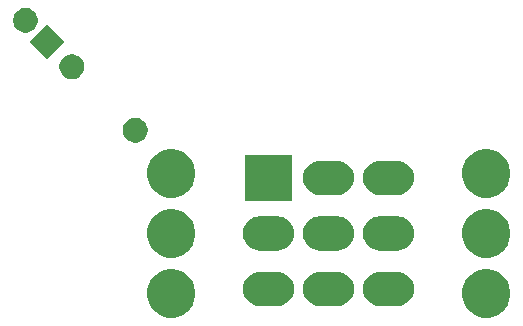
<source format=gbr>
G04 #@! TF.GenerationSoftware,KiCad,Pcbnew,(5.1.5-0-10_14)*
G04 #@! TF.CreationDate,2020-11-20T21:34:29+01:00*
G04 #@! TF.ProjectId,3pdt-45deg,33706474-2d34-4356-9465-672e6b696361,rev?*
G04 #@! TF.SameCoordinates,Original*
G04 #@! TF.FileFunction,Soldermask,Bot*
G04 #@! TF.FilePolarity,Negative*
%FSLAX46Y46*%
G04 Gerber Fmt 4.6, Leading zero omitted, Abs format (unit mm)*
G04 Created by KiCad (PCBNEW (5.1.5-0-10_14)) date 2020-11-20 21:34:29*
%MOMM*%
%LPD*%
G04 APERTURE LIST*
%ADD10C,0.100000*%
G04 APERTURE END LIST*
D10*
G36*
X209513326Y-66607578D02*
G01*
X209513329Y-66607579D01*
X209513328Y-66607579D01*
X209886631Y-66762206D01*
X210222596Y-66986690D01*
X210508310Y-67272404D01*
X210586866Y-67389972D01*
X210732795Y-67608371D01*
X210887422Y-67981674D01*
X210966250Y-68377968D01*
X210966250Y-68782032D01*
X210887422Y-69178326D01*
X210887421Y-69178328D01*
X210732794Y-69551631D01*
X210508310Y-69887596D01*
X210222596Y-70173310D01*
X209886631Y-70397794D01*
X209886630Y-70397795D01*
X209886629Y-70397795D01*
X209513326Y-70552422D01*
X209117032Y-70631250D01*
X208712968Y-70631250D01*
X208316674Y-70552422D01*
X207943371Y-70397795D01*
X207943370Y-70397795D01*
X207943369Y-70397794D01*
X207607404Y-70173310D01*
X207321690Y-69887596D01*
X207097206Y-69551631D01*
X206942579Y-69178328D01*
X206942578Y-69178326D01*
X206863750Y-68782032D01*
X206863750Y-68377968D01*
X206942578Y-67981674D01*
X207097205Y-67608371D01*
X207243134Y-67389972D01*
X207321690Y-67272404D01*
X207607404Y-66986690D01*
X207943369Y-66762206D01*
X208316672Y-66607579D01*
X208316671Y-66607579D01*
X208316674Y-66607578D01*
X208712968Y-66528750D01*
X209117032Y-66528750D01*
X209513326Y-66607578D01*
G37*
G36*
X182843326Y-66607578D02*
G01*
X182843329Y-66607579D01*
X182843328Y-66607579D01*
X183216631Y-66762206D01*
X183552596Y-66986690D01*
X183838310Y-67272404D01*
X183916866Y-67389972D01*
X184062795Y-67608371D01*
X184217422Y-67981674D01*
X184296250Y-68377968D01*
X184296250Y-68782032D01*
X184217422Y-69178326D01*
X184217421Y-69178328D01*
X184062794Y-69551631D01*
X183838310Y-69887596D01*
X183552596Y-70173310D01*
X183216631Y-70397794D01*
X183216630Y-70397795D01*
X183216629Y-70397795D01*
X182843326Y-70552422D01*
X182447032Y-70631250D01*
X182042968Y-70631250D01*
X181646674Y-70552422D01*
X181273371Y-70397795D01*
X181273370Y-70397795D01*
X181273369Y-70397794D01*
X180937404Y-70173310D01*
X180651690Y-69887596D01*
X180427206Y-69551631D01*
X180272579Y-69178328D01*
X180272578Y-69178326D01*
X180193750Y-68782032D01*
X180193750Y-68377968D01*
X180272578Y-67981674D01*
X180427205Y-67608371D01*
X180573134Y-67389972D01*
X180651690Y-67272404D01*
X180937404Y-66986690D01*
X181273369Y-66762206D01*
X181646672Y-66607579D01*
X181646671Y-66607579D01*
X181646674Y-66607578D01*
X182042968Y-66528750D01*
X182447032Y-66528750D01*
X182843326Y-66607578D01*
G37*
G36*
X191377861Y-66759498D02*
G01*
X191484446Y-66769995D01*
X191757960Y-66852965D01*
X191757963Y-66852966D01*
X192010028Y-66987698D01*
X192010029Y-66987699D01*
X192010033Y-66987701D01*
X192230976Y-67169024D01*
X192412299Y-67389967D01*
X192412301Y-67389971D01*
X192412302Y-67389972D01*
X192547034Y-67642037D01*
X192547035Y-67642040D01*
X192630005Y-67915554D01*
X192658020Y-68200000D01*
X192630005Y-68484446D01*
X192547035Y-68757960D01*
X192547034Y-68757963D01*
X192412302Y-69010028D01*
X192412299Y-69010033D01*
X192230976Y-69230976D01*
X192010033Y-69412299D01*
X192010029Y-69412301D01*
X192010028Y-69412302D01*
X191757963Y-69547034D01*
X191757960Y-69547035D01*
X191484446Y-69630005D01*
X191377861Y-69640502D01*
X191271278Y-69651000D01*
X189728722Y-69651000D01*
X189622139Y-69640502D01*
X189515554Y-69630005D01*
X189242040Y-69547035D01*
X189242037Y-69547034D01*
X188989972Y-69412302D01*
X188989971Y-69412301D01*
X188989967Y-69412299D01*
X188769024Y-69230976D01*
X188587701Y-69010033D01*
X188587698Y-69010028D01*
X188452966Y-68757963D01*
X188452965Y-68757960D01*
X188369995Y-68484446D01*
X188341980Y-68200000D01*
X188369995Y-67915554D01*
X188452965Y-67642040D01*
X188452966Y-67642037D01*
X188587698Y-67389972D01*
X188587699Y-67389971D01*
X188587701Y-67389967D01*
X188769024Y-67169024D01*
X188989967Y-66987701D01*
X188989971Y-66987699D01*
X188989972Y-66987698D01*
X189242037Y-66852966D01*
X189242040Y-66852965D01*
X189515554Y-66769995D01*
X189622139Y-66759498D01*
X189728722Y-66749000D01*
X191271278Y-66749000D01*
X191377861Y-66759498D01*
G37*
G36*
X201537861Y-66759498D02*
G01*
X201644446Y-66769995D01*
X201917960Y-66852965D01*
X201917963Y-66852966D01*
X202170028Y-66987698D01*
X202170029Y-66987699D01*
X202170033Y-66987701D01*
X202390976Y-67169024D01*
X202572299Y-67389967D01*
X202572301Y-67389971D01*
X202572302Y-67389972D01*
X202707034Y-67642037D01*
X202707035Y-67642040D01*
X202790005Y-67915554D01*
X202818020Y-68200000D01*
X202790005Y-68484446D01*
X202707035Y-68757960D01*
X202707034Y-68757963D01*
X202572302Y-69010028D01*
X202572299Y-69010033D01*
X202390976Y-69230976D01*
X202170033Y-69412299D01*
X202170029Y-69412301D01*
X202170028Y-69412302D01*
X201917963Y-69547034D01*
X201917960Y-69547035D01*
X201644446Y-69630005D01*
X201537861Y-69640502D01*
X201431278Y-69651000D01*
X199888722Y-69651000D01*
X199782139Y-69640502D01*
X199675554Y-69630005D01*
X199402040Y-69547035D01*
X199402037Y-69547034D01*
X199149972Y-69412302D01*
X199149971Y-69412301D01*
X199149967Y-69412299D01*
X198929024Y-69230976D01*
X198747701Y-69010033D01*
X198747698Y-69010028D01*
X198612966Y-68757963D01*
X198612965Y-68757960D01*
X198529995Y-68484446D01*
X198501980Y-68200000D01*
X198529995Y-67915554D01*
X198612965Y-67642040D01*
X198612966Y-67642037D01*
X198747698Y-67389972D01*
X198747699Y-67389971D01*
X198747701Y-67389967D01*
X198929024Y-67169024D01*
X199149967Y-66987701D01*
X199149971Y-66987699D01*
X199149972Y-66987698D01*
X199402037Y-66852966D01*
X199402040Y-66852965D01*
X199675554Y-66769995D01*
X199782139Y-66759498D01*
X199888722Y-66749000D01*
X201431278Y-66749000D01*
X201537861Y-66759498D01*
G37*
G36*
X196457861Y-66759498D02*
G01*
X196564446Y-66769995D01*
X196837960Y-66852965D01*
X196837963Y-66852966D01*
X197090028Y-66987698D01*
X197090029Y-66987699D01*
X197090033Y-66987701D01*
X197310976Y-67169024D01*
X197492299Y-67389967D01*
X197492301Y-67389971D01*
X197492302Y-67389972D01*
X197627034Y-67642037D01*
X197627035Y-67642040D01*
X197710005Y-67915554D01*
X197738020Y-68200000D01*
X197710005Y-68484446D01*
X197627035Y-68757960D01*
X197627034Y-68757963D01*
X197492302Y-69010028D01*
X197492299Y-69010033D01*
X197310976Y-69230976D01*
X197090033Y-69412299D01*
X197090029Y-69412301D01*
X197090028Y-69412302D01*
X196837963Y-69547034D01*
X196837960Y-69547035D01*
X196564446Y-69630005D01*
X196457861Y-69640502D01*
X196351278Y-69651000D01*
X194808722Y-69651000D01*
X194702139Y-69640502D01*
X194595554Y-69630005D01*
X194322040Y-69547035D01*
X194322037Y-69547034D01*
X194069972Y-69412302D01*
X194069971Y-69412301D01*
X194069967Y-69412299D01*
X193849024Y-69230976D01*
X193667701Y-69010033D01*
X193667698Y-69010028D01*
X193532966Y-68757963D01*
X193532965Y-68757960D01*
X193449995Y-68484446D01*
X193421980Y-68200000D01*
X193449995Y-67915554D01*
X193532965Y-67642040D01*
X193532966Y-67642037D01*
X193667698Y-67389972D01*
X193667699Y-67389971D01*
X193667701Y-67389967D01*
X193849024Y-67169024D01*
X194069967Y-66987701D01*
X194069971Y-66987699D01*
X194069972Y-66987698D01*
X194322037Y-66852966D01*
X194322040Y-66852965D01*
X194595554Y-66769995D01*
X194702139Y-66759498D01*
X194808722Y-66749000D01*
X196351278Y-66749000D01*
X196457861Y-66759498D01*
G37*
G36*
X209513326Y-61527578D02*
G01*
X209513329Y-61527579D01*
X209513328Y-61527579D01*
X209886631Y-61682206D01*
X210222596Y-61906690D01*
X210508310Y-62192404D01*
X210732794Y-62528369D01*
X210732795Y-62528371D01*
X210887422Y-62901674D01*
X210966250Y-63297968D01*
X210966250Y-63702032D01*
X210887422Y-64098326D01*
X210887421Y-64098328D01*
X210732794Y-64471631D01*
X210508310Y-64807596D01*
X210222596Y-65093310D01*
X209886631Y-65317794D01*
X209886630Y-65317795D01*
X209886629Y-65317795D01*
X209513326Y-65472422D01*
X209117032Y-65551250D01*
X208712968Y-65551250D01*
X208316674Y-65472422D01*
X207943371Y-65317795D01*
X207943370Y-65317795D01*
X207943369Y-65317794D01*
X207607404Y-65093310D01*
X207321690Y-64807596D01*
X207097206Y-64471631D01*
X206942579Y-64098328D01*
X206942578Y-64098326D01*
X206863750Y-63702032D01*
X206863750Y-63297968D01*
X206942578Y-62901674D01*
X207097205Y-62528371D01*
X207097206Y-62528369D01*
X207321690Y-62192404D01*
X207607404Y-61906690D01*
X207943369Y-61682206D01*
X208316672Y-61527579D01*
X208316671Y-61527579D01*
X208316674Y-61527578D01*
X208712968Y-61448750D01*
X209117032Y-61448750D01*
X209513326Y-61527578D01*
G37*
G36*
X182843326Y-61527578D02*
G01*
X182843329Y-61527579D01*
X182843328Y-61527579D01*
X183216631Y-61682206D01*
X183552596Y-61906690D01*
X183838310Y-62192404D01*
X184062794Y-62528369D01*
X184062795Y-62528371D01*
X184217422Y-62901674D01*
X184296250Y-63297968D01*
X184296250Y-63702032D01*
X184217422Y-64098326D01*
X184217421Y-64098328D01*
X184062794Y-64471631D01*
X183838310Y-64807596D01*
X183552596Y-65093310D01*
X183216631Y-65317794D01*
X183216630Y-65317795D01*
X183216629Y-65317795D01*
X182843326Y-65472422D01*
X182447032Y-65551250D01*
X182042968Y-65551250D01*
X181646674Y-65472422D01*
X181273371Y-65317795D01*
X181273370Y-65317795D01*
X181273369Y-65317794D01*
X180937404Y-65093310D01*
X180651690Y-64807596D01*
X180427206Y-64471631D01*
X180272579Y-64098328D01*
X180272578Y-64098326D01*
X180193750Y-63702032D01*
X180193750Y-63297968D01*
X180272578Y-62901674D01*
X180427205Y-62528371D01*
X180427206Y-62528369D01*
X180651690Y-62192404D01*
X180937404Y-61906690D01*
X181273369Y-61682206D01*
X181646672Y-61527579D01*
X181646671Y-61527579D01*
X181646674Y-61527578D01*
X182042968Y-61448750D01*
X182447032Y-61448750D01*
X182843326Y-61527578D01*
G37*
G36*
X201537861Y-62059497D02*
G01*
X201644446Y-62069995D01*
X201917960Y-62152965D01*
X201917963Y-62152966D01*
X202170028Y-62287698D01*
X202170029Y-62287699D01*
X202170033Y-62287701D01*
X202390976Y-62469024D01*
X202572299Y-62689967D01*
X202572301Y-62689971D01*
X202572302Y-62689972D01*
X202707034Y-62942037D01*
X202707035Y-62942040D01*
X202790005Y-63215554D01*
X202818020Y-63500000D01*
X202790005Y-63784446D01*
X202707035Y-64057960D01*
X202707034Y-64057963D01*
X202685459Y-64098326D01*
X202572299Y-64310033D01*
X202390976Y-64530976D01*
X202170033Y-64712299D01*
X202170029Y-64712301D01*
X202170028Y-64712302D01*
X201917963Y-64847034D01*
X201917960Y-64847035D01*
X201644446Y-64930005D01*
X201537861Y-64940502D01*
X201431278Y-64951000D01*
X199888722Y-64951000D01*
X199782139Y-64940502D01*
X199675554Y-64930005D01*
X199402040Y-64847035D01*
X199402037Y-64847034D01*
X199149972Y-64712302D01*
X199149971Y-64712301D01*
X199149967Y-64712299D01*
X198929024Y-64530976D01*
X198747701Y-64310033D01*
X198634541Y-64098326D01*
X198612966Y-64057963D01*
X198612965Y-64057960D01*
X198529995Y-63784446D01*
X198501980Y-63500000D01*
X198529995Y-63215554D01*
X198612965Y-62942040D01*
X198612966Y-62942037D01*
X198747698Y-62689972D01*
X198747699Y-62689971D01*
X198747701Y-62689967D01*
X198929024Y-62469024D01*
X199149967Y-62287701D01*
X199149971Y-62287699D01*
X199149972Y-62287698D01*
X199402037Y-62152966D01*
X199402040Y-62152965D01*
X199675554Y-62069995D01*
X199782139Y-62059497D01*
X199888722Y-62049000D01*
X201431278Y-62049000D01*
X201537861Y-62059497D01*
G37*
G36*
X196457861Y-62059497D02*
G01*
X196564446Y-62069995D01*
X196837960Y-62152965D01*
X196837963Y-62152966D01*
X197090028Y-62287698D01*
X197090029Y-62287699D01*
X197090033Y-62287701D01*
X197310976Y-62469024D01*
X197492299Y-62689967D01*
X197492301Y-62689971D01*
X197492302Y-62689972D01*
X197627034Y-62942037D01*
X197627035Y-62942040D01*
X197710005Y-63215554D01*
X197738020Y-63500000D01*
X197710005Y-63784446D01*
X197627035Y-64057960D01*
X197627034Y-64057963D01*
X197605459Y-64098326D01*
X197492299Y-64310033D01*
X197310976Y-64530976D01*
X197090033Y-64712299D01*
X197090029Y-64712301D01*
X197090028Y-64712302D01*
X196837963Y-64847034D01*
X196837960Y-64847035D01*
X196564446Y-64930005D01*
X196457861Y-64940502D01*
X196351278Y-64951000D01*
X194808722Y-64951000D01*
X194702139Y-64940502D01*
X194595554Y-64930005D01*
X194322040Y-64847035D01*
X194322037Y-64847034D01*
X194069972Y-64712302D01*
X194069971Y-64712301D01*
X194069967Y-64712299D01*
X193849024Y-64530976D01*
X193667701Y-64310033D01*
X193554541Y-64098326D01*
X193532966Y-64057963D01*
X193532965Y-64057960D01*
X193449995Y-63784446D01*
X193421980Y-63500000D01*
X193449995Y-63215554D01*
X193532965Y-62942040D01*
X193532966Y-62942037D01*
X193667698Y-62689972D01*
X193667699Y-62689971D01*
X193667701Y-62689967D01*
X193849024Y-62469024D01*
X194069967Y-62287701D01*
X194069971Y-62287699D01*
X194069972Y-62287698D01*
X194322037Y-62152966D01*
X194322040Y-62152965D01*
X194595554Y-62069995D01*
X194702139Y-62059497D01*
X194808722Y-62049000D01*
X196351278Y-62049000D01*
X196457861Y-62059497D01*
G37*
G36*
X191377861Y-62059497D02*
G01*
X191484446Y-62069995D01*
X191757960Y-62152965D01*
X191757963Y-62152966D01*
X192010028Y-62287698D01*
X192010029Y-62287699D01*
X192010033Y-62287701D01*
X192230976Y-62469024D01*
X192412299Y-62689967D01*
X192412301Y-62689971D01*
X192412302Y-62689972D01*
X192547034Y-62942037D01*
X192547035Y-62942040D01*
X192630005Y-63215554D01*
X192658020Y-63500000D01*
X192630005Y-63784446D01*
X192547035Y-64057960D01*
X192547034Y-64057963D01*
X192525459Y-64098326D01*
X192412299Y-64310033D01*
X192230976Y-64530976D01*
X192010033Y-64712299D01*
X192010029Y-64712301D01*
X192010028Y-64712302D01*
X191757963Y-64847034D01*
X191757960Y-64847035D01*
X191484446Y-64930005D01*
X191377861Y-64940502D01*
X191271278Y-64951000D01*
X189728722Y-64951000D01*
X189622139Y-64940502D01*
X189515554Y-64930005D01*
X189242040Y-64847035D01*
X189242037Y-64847034D01*
X188989972Y-64712302D01*
X188989971Y-64712301D01*
X188989967Y-64712299D01*
X188769024Y-64530976D01*
X188587701Y-64310033D01*
X188474541Y-64098326D01*
X188452966Y-64057963D01*
X188452965Y-64057960D01*
X188369995Y-63784446D01*
X188341980Y-63500000D01*
X188369995Y-63215554D01*
X188452965Y-62942040D01*
X188452966Y-62942037D01*
X188587698Y-62689972D01*
X188587699Y-62689971D01*
X188587701Y-62689967D01*
X188769024Y-62469024D01*
X188989967Y-62287701D01*
X188989971Y-62287699D01*
X188989972Y-62287698D01*
X189242037Y-62152966D01*
X189242040Y-62152965D01*
X189515554Y-62069995D01*
X189622139Y-62059497D01*
X189728722Y-62049000D01*
X191271278Y-62049000D01*
X191377861Y-62059497D01*
G37*
G36*
X192459000Y-60759000D02*
G01*
X188541000Y-60759000D01*
X188541000Y-56841000D01*
X192459000Y-56841000D01*
X192459000Y-60759000D01*
G37*
G36*
X209513326Y-56447578D02*
G01*
X209513329Y-56447579D01*
X209513328Y-56447579D01*
X209886631Y-56602206D01*
X210222596Y-56826690D01*
X210508310Y-57112404D01*
X210666398Y-57349000D01*
X210732795Y-57448371D01*
X210887422Y-57821674D01*
X210966250Y-58217968D01*
X210966250Y-58622032D01*
X210887422Y-59018326D01*
X210887421Y-59018328D01*
X210732794Y-59391631D01*
X210508310Y-59727596D01*
X210222596Y-60013310D01*
X209886631Y-60237794D01*
X209886630Y-60237795D01*
X209886629Y-60237795D01*
X209513326Y-60392422D01*
X209117032Y-60471250D01*
X208712968Y-60471250D01*
X208316674Y-60392422D01*
X207943371Y-60237795D01*
X207943370Y-60237795D01*
X207943369Y-60237794D01*
X207607404Y-60013310D01*
X207321690Y-59727596D01*
X207097206Y-59391631D01*
X206942579Y-59018328D01*
X206942578Y-59018326D01*
X206863750Y-58622032D01*
X206863750Y-58217968D01*
X206942578Y-57821674D01*
X207097205Y-57448371D01*
X207163602Y-57349000D01*
X207321690Y-57112404D01*
X207607404Y-56826690D01*
X207943369Y-56602206D01*
X208316672Y-56447579D01*
X208316671Y-56447579D01*
X208316674Y-56447578D01*
X208712968Y-56368750D01*
X209117032Y-56368750D01*
X209513326Y-56447578D01*
G37*
G36*
X182843326Y-56447578D02*
G01*
X182843329Y-56447579D01*
X182843328Y-56447579D01*
X183216631Y-56602206D01*
X183552596Y-56826690D01*
X183838310Y-57112404D01*
X183996398Y-57349000D01*
X184062795Y-57448371D01*
X184217422Y-57821674D01*
X184296250Y-58217968D01*
X184296250Y-58622032D01*
X184217422Y-59018326D01*
X184217421Y-59018328D01*
X184062794Y-59391631D01*
X183838310Y-59727596D01*
X183552596Y-60013310D01*
X183216631Y-60237794D01*
X183216630Y-60237795D01*
X183216629Y-60237795D01*
X182843326Y-60392422D01*
X182447032Y-60471250D01*
X182042968Y-60471250D01*
X181646674Y-60392422D01*
X181273371Y-60237795D01*
X181273370Y-60237795D01*
X181273369Y-60237794D01*
X180937404Y-60013310D01*
X180651690Y-59727596D01*
X180427206Y-59391631D01*
X180272579Y-59018328D01*
X180272578Y-59018326D01*
X180193750Y-58622032D01*
X180193750Y-58217968D01*
X180272578Y-57821674D01*
X180427205Y-57448371D01*
X180493602Y-57349000D01*
X180651690Y-57112404D01*
X180937404Y-56826690D01*
X181273369Y-56602206D01*
X181646672Y-56447579D01*
X181646671Y-56447579D01*
X181646674Y-56447578D01*
X182042968Y-56368750D01*
X182447032Y-56368750D01*
X182843326Y-56447578D01*
G37*
G36*
X196457861Y-57359497D02*
G01*
X196564446Y-57369995D01*
X196837960Y-57452965D01*
X196837963Y-57452966D01*
X197090028Y-57587698D01*
X197090029Y-57587699D01*
X197090033Y-57587701D01*
X197310976Y-57769024D01*
X197492299Y-57989967D01*
X197492301Y-57989971D01*
X197492302Y-57989972D01*
X197627034Y-58242037D01*
X197627035Y-58242040D01*
X197710005Y-58515554D01*
X197738020Y-58800000D01*
X197710005Y-59084446D01*
X197627035Y-59357960D01*
X197627034Y-59357963D01*
X197492302Y-59610028D01*
X197492299Y-59610033D01*
X197310976Y-59830976D01*
X197090033Y-60012299D01*
X197090029Y-60012301D01*
X197090028Y-60012302D01*
X196837963Y-60147034D01*
X196837960Y-60147035D01*
X196564446Y-60230005D01*
X196485361Y-60237794D01*
X196351278Y-60251000D01*
X194808722Y-60251000D01*
X194674639Y-60237794D01*
X194595554Y-60230005D01*
X194322040Y-60147035D01*
X194322037Y-60147034D01*
X194069972Y-60012302D01*
X194069971Y-60012301D01*
X194069967Y-60012299D01*
X193849024Y-59830976D01*
X193667701Y-59610033D01*
X193667698Y-59610028D01*
X193532966Y-59357963D01*
X193532965Y-59357960D01*
X193449995Y-59084446D01*
X193421980Y-58800000D01*
X193449995Y-58515554D01*
X193532965Y-58242040D01*
X193532966Y-58242037D01*
X193667698Y-57989972D01*
X193667699Y-57989971D01*
X193667701Y-57989967D01*
X193849024Y-57769024D01*
X194069967Y-57587701D01*
X194069971Y-57587699D01*
X194069972Y-57587698D01*
X194322037Y-57452966D01*
X194322040Y-57452965D01*
X194595554Y-57369995D01*
X194702139Y-57359497D01*
X194808722Y-57349000D01*
X196351278Y-57349000D01*
X196457861Y-57359497D01*
G37*
G36*
X201537861Y-57359497D02*
G01*
X201644446Y-57369995D01*
X201917960Y-57452965D01*
X201917963Y-57452966D01*
X202170028Y-57587698D01*
X202170029Y-57587699D01*
X202170033Y-57587701D01*
X202390976Y-57769024D01*
X202572299Y-57989967D01*
X202572301Y-57989971D01*
X202572302Y-57989972D01*
X202707034Y-58242037D01*
X202707035Y-58242040D01*
X202790005Y-58515554D01*
X202818020Y-58800000D01*
X202790005Y-59084446D01*
X202707035Y-59357960D01*
X202707034Y-59357963D01*
X202572302Y-59610028D01*
X202572299Y-59610033D01*
X202390976Y-59830976D01*
X202170033Y-60012299D01*
X202170029Y-60012301D01*
X202170028Y-60012302D01*
X201917963Y-60147034D01*
X201917960Y-60147035D01*
X201644446Y-60230005D01*
X201565361Y-60237794D01*
X201431278Y-60251000D01*
X199888722Y-60251000D01*
X199754639Y-60237794D01*
X199675554Y-60230005D01*
X199402040Y-60147035D01*
X199402037Y-60147034D01*
X199149972Y-60012302D01*
X199149971Y-60012301D01*
X199149967Y-60012299D01*
X198929024Y-59830976D01*
X198747701Y-59610033D01*
X198747698Y-59610028D01*
X198612966Y-59357963D01*
X198612965Y-59357960D01*
X198529995Y-59084446D01*
X198501980Y-58800000D01*
X198529995Y-58515554D01*
X198612965Y-58242040D01*
X198612966Y-58242037D01*
X198747698Y-57989972D01*
X198747699Y-57989971D01*
X198747701Y-57989967D01*
X198929024Y-57769024D01*
X199149967Y-57587701D01*
X199149971Y-57587699D01*
X199149972Y-57587698D01*
X199402037Y-57452966D01*
X199402040Y-57452965D01*
X199675554Y-57369995D01*
X199782139Y-57359497D01*
X199888722Y-57349000D01*
X201431278Y-57349000D01*
X201537861Y-57359497D01*
G37*
G36*
X179530641Y-53753466D02*
G01*
X179721910Y-53832692D01*
X179721912Y-53832693D01*
X179894050Y-53947712D01*
X180040442Y-54094104D01*
X180155462Y-54266244D01*
X180234688Y-54457513D01*
X180275077Y-54660561D01*
X180275077Y-54867593D01*
X180234688Y-55070641D01*
X180155462Y-55261910D01*
X180155461Y-55261912D01*
X180040442Y-55434050D01*
X179894050Y-55580442D01*
X179721912Y-55695461D01*
X179721911Y-55695462D01*
X179721910Y-55695462D01*
X179530641Y-55774688D01*
X179327593Y-55815077D01*
X179120561Y-55815077D01*
X178917513Y-55774688D01*
X178726244Y-55695462D01*
X178726243Y-55695462D01*
X178726242Y-55695461D01*
X178554104Y-55580442D01*
X178407712Y-55434050D01*
X178292693Y-55261912D01*
X178292692Y-55261910D01*
X178213466Y-55070641D01*
X178173077Y-54867593D01*
X178173077Y-54660561D01*
X178213466Y-54457513D01*
X178292692Y-54266244D01*
X178407712Y-54094104D01*
X178554104Y-53947712D01*
X178726242Y-53832693D01*
X178726244Y-53832692D01*
X178917513Y-53753466D01*
X179120561Y-53713077D01*
X179327593Y-53713077D01*
X179530641Y-53753466D01*
G37*
G36*
X174142487Y-48365312D02*
G01*
X174333756Y-48444538D01*
X174333758Y-48444539D01*
X174505896Y-48559558D01*
X174652288Y-48705950D01*
X174674615Y-48739364D01*
X174767308Y-48878090D01*
X174846534Y-49069359D01*
X174886923Y-49272407D01*
X174886923Y-49479439D01*
X174846534Y-49682487D01*
X174767308Y-49873756D01*
X174767307Y-49873758D01*
X174652288Y-50045896D01*
X174505896Y-50192288D01*
X174333758Y-50307307D01*
X174333757Y-50307308D01*
X174333756Y-50307308D01*
X174142487Y-50386534D01*
X173939439Y-50426923D01*
X173732407Y-50426923D01*
X173529359Y-50386534D01*
X173338090Y-50307308D01*
X173338089Y-50307308D01*
X173338088Y-50307307D01*
X173165950Y-50192288D01*
X173019558Y-50045896D01*
X172904539Y-49873758D01*
X172904538Y-49873756D01*
X172825312Y-49682487D01*
X172784923Y-49479439D01*
X172784923Y-49272407D01*
X172825312Y-49069359D01*
X172904538Y-48878090D01*
X172997232Y-48739364D01*
X173019558Y-48705950D01*
X173165950Y-48559558D01*
X173338088Y-48444539D01*
X173338090Y-48444538D01*
X173529359Y-48365312D01*
X173732407Y-48324923D01*
X173939439Y-48324923D01*
X174142487Y-48365312D01*
G37*
G36*
X173199364Y-47253026D02*
G01*
X171713026Y-48739364D01*
X170226688Y-47253026D01*
X171713026Y-45766688D01*
X173199364Y-47253026D01*
G37*
G36*
X170223538Y-44446363D02*
G01*
X170414807Y-44525589D01*
X170414809Y-44525590D01*
X170586947Y-44640609D01*
X170733339Y-44787001D01*
X170848359Y-44959141D01*
X170927585Y-45150410D01*
X170967974Y-45353458D01*
X170967974Y-45560490D01*
X170927585Y-45763538D01*
X170926280Y-45766688D01*
X170848358Y-45954809D01*
X170733339Y-46126947D01*
X170586947Y-46273339D01*
X170414809Y-46388358D01*
X170414808Y-46388359D01*
X170414807Y-46388359D01*
X170223538Y-46467585D01*
X170020490Y-46507974D01*
X169813458Y-46507974D01*
X169610410Y-46467585D01*
X169419141Y-46388359D01*
X169419140Y-46388359D01*
X169419139Y-46388358D01*
X169247001Y-46273339D01*
X169100609Y-46126947D01*
X168985590Y-45954809D01*
X168907668Y-45766688D01*
X168906363Y-45763538D01*
X168865974Y-45560490D01*
X168865974Y-45353458D01*
X168906363Y-45150410D01*
X168985589Y-44959141D01*
X169100609Y-44787001D01*
X169247001Y-44640609D01*
X169419139Y-44525590D01*
X169419141Y-44525589D01*
X169610410Y-44446363D01*
X169813458Y-44405974D01*
X170020490Y-44405974D01*
X170223538Y-44446363D01*
G37*
M02*

</source>
